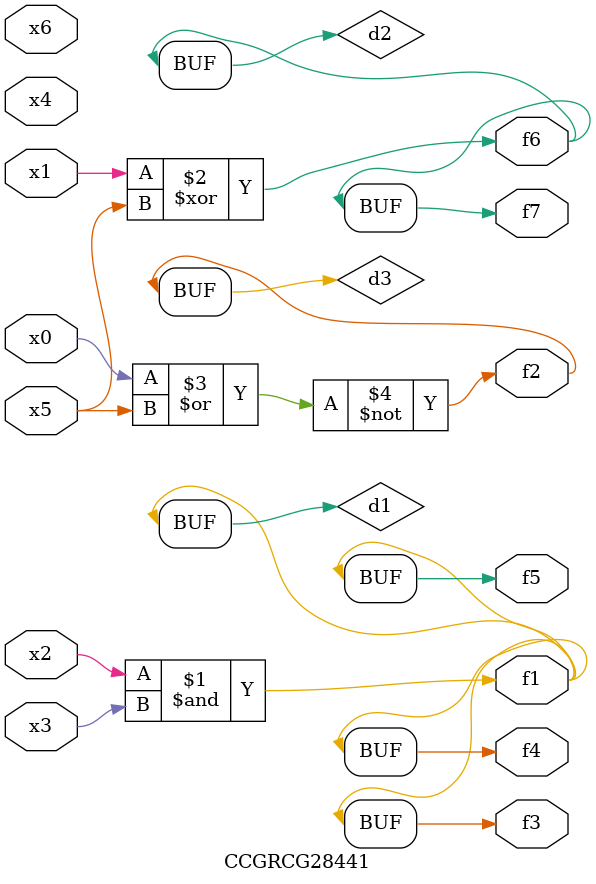
<source format=v>
module CCGRCG28441(
	input x0, x1, x2, x3, x4, x5, x6,
	output f1, f2, f3, f4, f5, f6, f7
);

	wire d1, d2, d3;

	and (d1, x2, x3);
	xor (d2, x1, x5);
	nor (d3, x0, x5);
	assign f1 = d1;
	assign f2 = d3;
	assign f3 = d1;
	assign f4 = d1;
	assign f5 = d1;
	assign f6 = d2;
	assign f7 = d2;
endmodule

</source>
